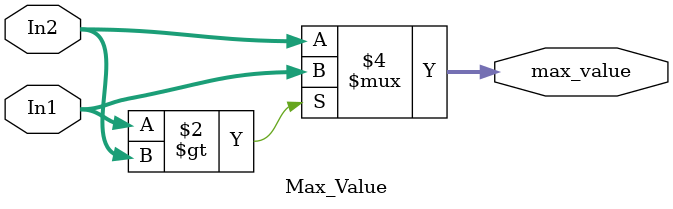
<source format=v>
module Max_Value(max_value, In1, In2);
	input [31:0] In1, In2;
	output reg [31:0] max_value;

	always @(In1, In2) begin
		if(In1 > In2) max_value = In1;
		else max_value = In2;
	end
endmodule
// so chu ky : 1
</source>
